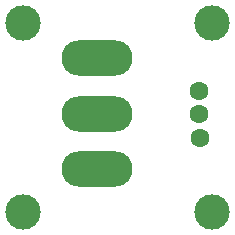
<source format=gbl>
G04*
G04 #@! TF.GenerationSoftware,Altium Limited,Altium Designer,19.1.3 (30)*
G04*
G04 Layer_Physical_Order=2*
G04 Layer_Color=16711680*
%FSLAX25Y25*%
%MOIN*%
G70*
G01*
G75*
%ADD17C,0.06299*%
%ADD18O,0.23700X0.11850*%
%ADD19C,0.11811*%
D17*
X66658Y32500D02*
D03*
X66579Y40374D02*
D03*
Y48248D02*
D03*
D18*
X32500Y21996D02*
D03*
Y40500D02*
D03*
Y59004D02*
D03*
D19*
X7874Y70866D02*
D03*
X70866D02*
D03*
Y7874D02*
D03*
X7874D02*
D03*
M02*

</source>
